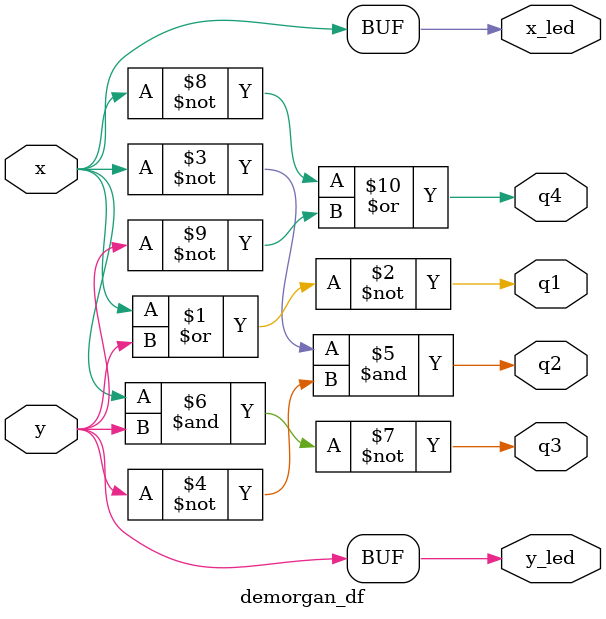
<source format=v>
`timescale 1ns / 1ps


module demorgan_df(
    input x,
    input y,
    output x_led,
    output y_led,
    output q1,
    output q2,
    output q3,
    output q4
    );
    assign x_led = x;
    assign y_led = y;
    assign q1 = ~(x | y);
    assign q2 = ~x & ~y;
    assign q3 = ~(x & y);
    assign q4 = ~x | ~y;
endmodule

</source>
